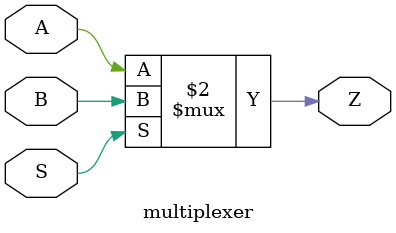
<source format=sv>
module top_module(
    input clk,
    input L,
    input q_in,
    input r_in,
    output reg Q
);

    wire [2:0] q;
    wire [2:0] r; // Added wire declaration

    // Create submodule instances
    flipflop U1(
        .clk(clk),
        .D(q_in),
        .Q(q[0])
    );

    flipflop U2(
        .clk(clk),
        .D(q[2]),
        .Q(q[1])
    );

    multiplexer U3(
        .A(q[1]),
        .B(r_in),
        .S(L),
        .Z(q[2])
    );

    always @(posedge clk) begin
        r <= r_in; // Assign r_in to r instead of q
        Q <= q[0]; // Assign q[0] to Q instead of q_in
    end

endmodule
module flipflop(
    input clk,
    input D,
    output reg Q
);

    always @(posedge clk) begin
        Q <= D;
    end

endmodule
module multiplexer(
    input A,
    input B,
    input S,
    output Z
);

    assign Z = (S == 1'b0) ? A : B;

endmodule

</source>
